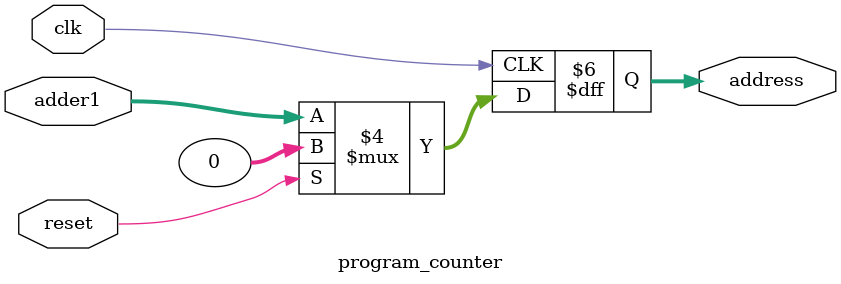
<source format=v>
`timescale 1ns / 1ps


module program_counter(
input clk,
input reset,
input [31:0] adder1,
output reg [31:0] address
);
always @(posedge clk)
begin
if (reset == 1)
address <= 32'b0;
else
address <= adder1;
end
endmodule

</source>
